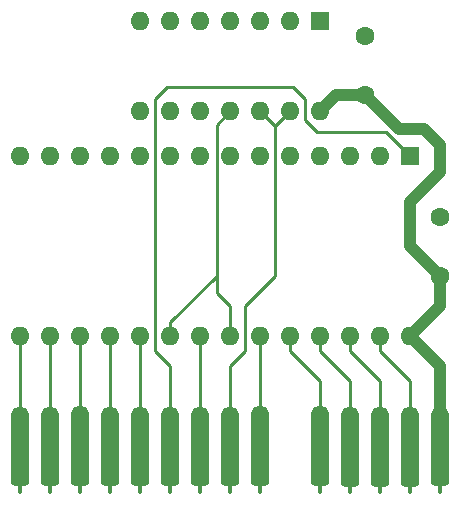
<source format=gtl>
%TF.GenerationSoftware,KiCad,Pcbnew,8.0.6+1*%
%TF.CreationDate,2024-12-12T19:08:46+01:00*%
%TF.ProjectId,full_rom,66756c6c-5f72-46f6-9d2e-6b696361645f,0*%
%TF.SameCoordinates,Original*%
%TF.FileFunction,Copper,L1,Top*%
%TF.FilePolarity,Positive*%
%FSLAX46Y46*%
G04 Gerber Fmt 4.6, Leading zero omitted, Abs format (unit mm)*
G04 Created by KiCad (PCBNEW 8.0.6+1) date 2024-12-12 19:08:46*
%MOMM*%
%LPD*%
G01*
G04 APERTURE LIST*
G04 Aperture macros list*
%AMRoundRect*
0 Rectangle with rounded corners*
0 $1 Rounding radius*
0 $2 $3 $4 $5 $6 $7 $8 $9 X,Y pos of 4 corners*
0 Add a 4 corners polygon primitive as box body*
4,1,4,$2,$3,$4,$5,$6,$7,$8,$9,$2,$3,0*
0 Add four circle primitives for the rounded corners*
1,1,$1+$1,$2,$3*
1,1,$1+$1,$4,$5*
1,1,$1+$1,$6,$7*
1,1,$1+$1,$8,$9*
0 Add four rect primitives between the rounded corners*
20,1,$1+$1,$2,$3,$4,$5,0*
20,1,$1+$1,$4,$5,$6,$7,0*
20,1,$1+$1,$6,$7,$8,$9,0*
20,1,$1+$1,$8,$9,$2,$3,0*%
G04 Aperture macros list end*
%TA.AperFunction,EtchedComponent*%
%ADD10C,0.300000*%
%TD*%
%TA.AperFunction,ComponentPad*%
%ADD11R,1.600000X1.600000*%
%TD*%
%TA.AperFunction,ComponentPad*%
%ADD12O,1.600000X1.600000*%
%TD*%
%TA.AperFunction,ComponentPad*%
%ADD13C,1.600000*%
%TD*%
%TA.AperFunction,ConnectorPad*%
%ADD14RoundRect,0.762000X-0.000010X-1.738000X0.000010X-1.738000X0.000010X1.738000X-0.000010X1.738000X0*%
%TD*%
%TA.AperFunction,ConnectorPad*%
%ADD15RoundRect,0.228600X-0.533400X-2.271400X0.533400X-2.271400X0.533400X2.271400X-0.533400X2.271400X0*%
%TD*%
%TA.AperFunction,Conductor*%
%ADD16C,0.250000*%
%TD*%
%TA.AperFunction,Conductor*%
%ADD17C,1.000000*%
%TD*%
%ADD18C,0.350000*%
G04 APERTURE END LIST*
D10*
%TO.C,J1*%
X2540000Y762000D02*
X2540000Y1270000D01*
X5080000Y762000D02*
X5080000Y1270000D01*
X7620000Y762000D02*
X7620000Y1270000D01*
X10160000Y762000D02*
X10160000Y1270000D01*
X12700000Y762000D02*
X12700000Y1270000D01*
X15240000Y762000D02*
X15240000Y1270000D01*
X17780000Y762000D02*
X17780000Y1270000D01*
X20320000Y762000D02*
X20320000Y1270000D01*
X22860000Y762000D02*
X22860000Y1270000D01*
X27940000Y762000D02*
X27940000Y1270000D01*
X30480000Y762000D02*
X30480000Y1270000D01*
X33020000Y762000D02*
X33020000Y1270000D01*
X35560000Y762000D02*
X35560000Y1270000D01*
X38100000Y762000D02*
X38100000Y1270000D01*
%TD*%
D11*
%TO.P,IC2,1,A15*%
%TO.N,/A15*%
X35560000Y29210000D03*
D12*
%TO.P,IC2,2,A12*%
%TO.N,/A12*%
X33020000Y29210000D03*
%TO.P,IC2,3,A7*%
%TO.N,/A7*%
X30480000Y29210000D03*
%TO.P,IC2,4,A6*%
%TO.N,/A6*%
X27940000Y29210000D03*
%TO.P,IC2,5,A5*%
%TO.N,/A5*%
X25400000Y29210000D03*
%TO.P,IC2,6,A4*%
%TO.N,/A4*%
X22860000Y29210000D03*
%TO.P,IC2,7,A3*%
%TO.N,/A3*%
X20320000Y29210000D03*
%TO.P,IC2,8,A2*%
%TO.N,/A2*%
X17780000Y29210000D03*
%TO.P,IC2,9,A1*%
%TO.N,/A1*%
X15240000Y29210000D03*
%TO.P,IC2,10,A0*%
%TO.N,/A0*%
X12700000Y29210000D03*
%TO.P,IC2,11,D0*%
%TO.N,/D0*%
X10160000Y29210000D03*
%TO.P,IC2,12,D1*%
%TO.N,/D1*%
X7620000Y29210000D03*
%TO.P,IC2,13,D2*%
%TO.N,/D2*%
X5080000Y29210000D03*
%TO.P,IC2,14,GND*%
%TO.N,GND*%
X2540000Y29210000D03*
%TO.P,IC2,15,D3*%
%TO.N,/D3*%
X2540000Y13970000D03*
%TO.P,IC2,16,D4*%
%TO.N,/D4*%
X5080000Y13970000D03*
%TO.P,IC2,17,D5*%
%TO.N,/D5*%
X7620000Y13970000D03*
%TO.P,IC2,18,D6*%
%TO.N,/D6*%
X10160000Y13970000D03*
%TO.P,IC2,19,D7*%
%TO.N,/D7*%
X12700000Y13970000D03*
%TO.P,IC2,20,~{CE}*%
%TO.N,/U_ROMOE*%
X15240000Y13970000D03*
%TO.P,IC2,21,A10*%
%TO.N,/A10*%
X17780000Y13970000D03*
%TO.P,IC2,22,~{OE/Vpp}*%
%TO.N,/U_ROMOE*%
X20320000Y13970000D03*
%TO.P,IC2,23,A11*%
%TO.N,/A11*%
X22860000Y13970000D03*
%TO.P,IC2,24,A9*%
%TO.N,/A9*%
X25400000Y13970000D03*
%TO.P,IC2,25,A8*%
%TO.N,/A8*%
X27940000Y13970000D03*
%TO.P,IC2,26,A13*%
%TO.N,/A13*%
X30480000Y13970000D03*
%TO.P,IC2,27,A14*%
%TO.N,/A14*%
X33020000Y13970000D03*
%TO.P,IC2,28,VCC*%
%TO.N,VCC*%
X35560000Y13970000D03*
%TD*%
D13*
%TO.P,C2,1*%
%TO.N,VCC*%
X31750000Y34350000D03*
%TO.P,C2,2*%
%TO.N,GND*%
X31750000Y39350000D03*
%TD*%
D14*
%TO.P,J1,1,Vcc*%
%TO.N,VCC*%
X38100000Y5548000D03*
D15*
X38100000Y3810000D03*
D14*
%TO.P,J1,3,A14*%
%TO.N,/A14*%
X35560000Y5548000D03*
D15*
X35560000Y3770000D03*
D14*
%TO.P,J1,5,A13*%
%TO.N,/A13*%
X33020000Y5548000D03*
D15*
X33020000Y3770000D03*
D14*
%TO.P,J1,7,A8*%
%TO.N,/A8*%
X30480000Y5548000D03*
D15*
X30480000Y3770000D03*
D14*
%TO.P,J1,9,A9*%
%TO.N,/A9*%
X27940000Y5588000D03*
D15*
X27940000Y3810000D03*
D14*
%TO.P,J1,11,A11*%
%TO.N,/A11*%
X22860000Y5588000D03*
D15*
X22860000Y3850000D03*
D14*
%TO.P,J1,13,ROMOE*%
%TO.N,/ROMOE*%
X20320000Y5548000D03*
D15*
X20320000Y3810000D03*
D14*
%TO.P,J1,15,A10*%
%TO.N,/A10*%
X17780000Y5548000D03*
D15*
X17780000Y3810000D03*
D14*
%TO.P,J1,17,A15*%
%TO.N,/A15*%
X15240000Y5548000D03*
D15*
X15240000Y3810000D03*
D14*
%TO.P,J1,19,D7*%
%TO.N,/D7*%
X12700000Y5548000D03*
D15*
X12700000Y3810000D03*
D14*
%TO.P,J1,21,D6*%
%TO.N,/D6*%
X10160000Y5548000D03*
D15*
X10160000Y3820800D03*
%TO.P,J1,23,D5*%
%TO.N,/D5*%
X7594600Y3820800D03*
D14*
X7620000Y5588000D03*
%TO.P,J1,25,D4*%
%TO.N,/D4*%
X5080000Y5548000D03*
D15*
X5080000Y3810000D03*
D14*
%TO.P,J1,27,D3*%
%TO.N,/D3*%
X2540000Y5548000D03*
D15*
X2540000Y3810000D03*
%TD*%
D13*
%TO.P,C1,1*%
%TO.N,VCC*%
X38100000Y19090000D03*
%TO.P,C1,2*%
%TO.N,GND*%
X38100000Y24090000D03*
%TD*%
D11*
%TO.P,IC3,1*%
%TO.N,unconnected-(IC3-Pad1)*%
X27940000Y40620000D03*
D12*
%TO.P,IC3,2*%
%TO.N,unconnected-(IC3-Pad2)*%
X25400000Y40620000D03*
%TO.P,IC3,3*%
%TO.N,unconnected-(IC3-Pad3)*%
X22860000Y40620000D03*
%TO.P,IC3,4*%
%TO.N,unconnected-(IC3-Pad4)*%
X20320000Y40620000D03*
%TO.P,IC3,5*%
%TO.N,unconnected-(IC3-Pad5)*%
X17780000Y40620000D03*
%TO.P,IC3,6*%
%TO.N,unconnected-(IC3-Pad6)*%
X15240000Y40620000D03*
%TO.P,IC3,7,GND*%
%TO.N,GND*%
X12700000Y40620000D03*
%TO.P,IC3,8*%
%TO.N,unconnected-(IC3-Pad8)*%
X12700000Y33000000D03*
%TO.P,IC3,9*%
%TO.N,unconnected-(IC3-Pad9)*%
X15240000Y33000000D03*
%TO.P,IC3,10*%
%TO.N,unconnected-(IC3-Pad10)*%
X17780000Y33000000D03*
%TO.P,IC3,11*%
%TO.N,/U_ROMOE*%
X20320000Y33000000D03*
%TO.P,IC3,12*%
%TO.N,/ROMOE*%
X22860000Y33000000D03*
%TO.P,IC3,13*%
X25400000Y33000000D03*
%TO.P,IC3,14,VCC*%
%TO.N,VCC*%
X27940000Y33000000D03*
%TD*%
D16*
%TO.N,/A14*%
X35560000Y10160000D02*
X33020000Y12700000D01*
X35560000Y5548000D02*
X35560000Y10160000D01*
X33020000Y12700000D02*
X33020000Y13970000D01*
%TO.N,/A15*%
X26670000Y32258000D02*
X27686000Y31242000D01*
X26670000Y34036000D02*
X26670000Y32258000D01*
X27686000Y31242000D02*
X33528000Y31242000D01*
X13970000Y34036000D02*
X14986000Y35052000D01*
X13970000Y12700000D02*
X13970000Y34036000D01*
X33528000Y31242000D02*
X35560000Y29210000D01*
X15240000Y5548000D02*
X15240000Y11430000D01*
X15240000Y11430000D02*
X13970000Y12700000D01*
X14986000Y35052000D02*
X25654000Y35052000D01*
X25654000Y35052000D02*
X26670000Y34036000D01*
D17*
%TO.N,VCC*%
X31750000Y34350000D02*
X34553200Y31546800D01*
X36728400Y31546800D02*
X38100000Y30175200D01*
X34553200Y31546800D02*
X36728400Y31546800D01*
X38100000Y30175200D02*
X38100000Y27889200D01*
X38100000Y27889200D02*
X35560000Y25349200D01*
X35560000Y25349200D02*
X35560000Y21630000D01*
X35560000Y21630000D02*
X38100000Y19090000D01*
D16*
%TO.N,/U_ROMOE*%
X19195000Y31875000D02*
X19195000Y19100800D01*
X19195000Y19100800D02*
X19195000Y17635000D01*
X15240000Y13970000D02*
X15240000Y15145800D01*
X15240000Y15145800D02*
X19195000Y19100800D01*
%TO.N,/ROMOE*%
X24130000Y30988000D02*
X24130000Y19050000D01*
X24130000Y30988000D02*
X24130000Y31730000D01*
X24130000Y31730000D02*
X22860000Y33000000D01*
D17*
%TO.N,VCC*%
X38100000Y5548000D02*
X38100000Y11430000D01*
X38100000Y16510000D02*
X35560000Y13970000D01*
X29290000Y34350000D02*
X31750000Y34350000D01*
X38100000Y11430000D02*
X35560000Y13970000D01*
X27940000Y33000000D02*
X29290000Y34350000D01*
X38100000Y19090000D02*
X38100000Y16510000D01*
D16*
%TO.N,/D3*%
X2540000Y5548000D02*
X2540000Y13970000D01*
%TO.N,/D4*%
X5080000Y5548000D02*
X5080000Y13970000D01*
%TO.N,/D5*%
X7620000Y5588000D02*
X7620000Y13970000D01*
%TO.N,/D6*%
X10160000Y5548000D02*
X10160000Y13970000D01*
%TO.N,/D7*%
X12700000Y5548000D02*
X12700000Y13970000D01*
%TO.N,/A10*%
X17780000Y5548000D02*
X17780000Y13970000D01*
%TO.N,/ROMOE*%
X21590000Y12700000D02*
X20320000Y11430000D01*
X24130000Y19050000D02*
X21590000Y16510000D01*
X21590000Y16510000D02*
X21590000Y12700000D01*
X20320000Y11430000D02*
X20320000Y5548000D01*
X25400000Y33000000D02*
X24130000Y31730000D01*
%TO.N,/A11*%
X22860000Y5588000D02*
X22860000Y13970000D01*
%TO.N,/A9*%
X25400000Y12700000D02*
X27940000Y10160000D01*
X27940000Y5588000D02*
X27940000Y10160000D01*
X25400000Y13970000D02*
X25400000Y12700000D01*
%TO.N,/A8*%
X27940000Y13970000D02*
X27940000Y12700000D01*
X27940000Y12700000D02*
X30480000Y10160000D01*
X30480000Y5548000D02*
X30480000Y10160000D01*
%TO.N,/A13*%
X33020000Y10160000D02*
X30480000Y12700000D01*
X33020000Y5548000D02*
X33020000Y10160000D01*
X30480000Y12700000D02*
X30480000Y13970000D01*
%TO.N,/U_ROMOE*%
X20320000Y16510000D02*
X20320000Y13970000D01*
X19195000Y17635000D02*
X20320000Y16510000D01*
X20320000Y33000000D02*
X19195000Y31875000D01*
%TD*%
D18*
X35560000Y29210000D03*
X33020000Y29210000D03*
X30480000Y29210000D03*
X27940000Y29210000D03*
X25400000Y29210000D03*
X22860000Y29210000D03*
X20320000Y29210000D03*
X17780000Y29210000D03*
X15240000Y29210000D03*
X12700000Y29210000D03*
X10160000Y29210000D03*
X7620000Y29210000D03*
X5080000Y29210000D03*
X2540000Y29210000D03*
X2540000Y13970000D03*
X5080000Y13970000D03*
X7620000Y13970000D03*
X10160000Y13970000D03*
X12700000Y13970000D03*
X15240000Y13970000D03*
X17780000Y13970000D03*
X20320000Y13970000D03*
X22860000Y13970000D03*
X25400000Y13970000D03*
X27940000Y13970000D03*
X30480000Y13970000D03*
X33020000Y13970000D03*
X35560000Y13970000D03*
X31750000Y34350000D03*
X31750000Y39350000D03*
X38100000Y19090000D03*
X38100000Y24090000D03*
X27940000Y40620000D03*
X25400000Y40620000D03*
X22860000Y40620000D03*
X20320000Y40620000D03*
X17780000Y40620000D03*
X15240000Y40620000D03*
X12700000Y40620000D03*
X12700000Y33000000D03*
X15240000Y33000000D03*
X17780000Y33000000D03*
X20320000Y33000000D03*
X22860000Y33000000D03*
X25400000Y33000000D03*
X27940000Y33000000D03*
M02*

</source>
